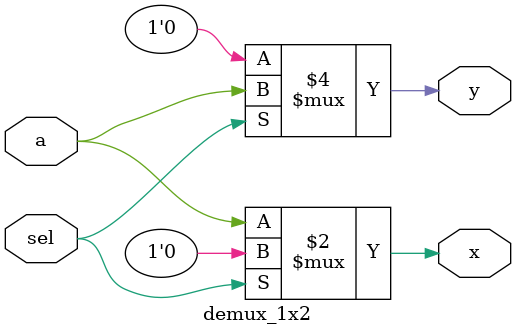
<source format=v>
module demux_1x2(
    input a,
    input sel,
    output x,
    output y
    );
    assign x = (sel == 0) ? a : 1'b0;
    assign y = (sel == 1) ? a : 1'b0;
endmodule

</source>
